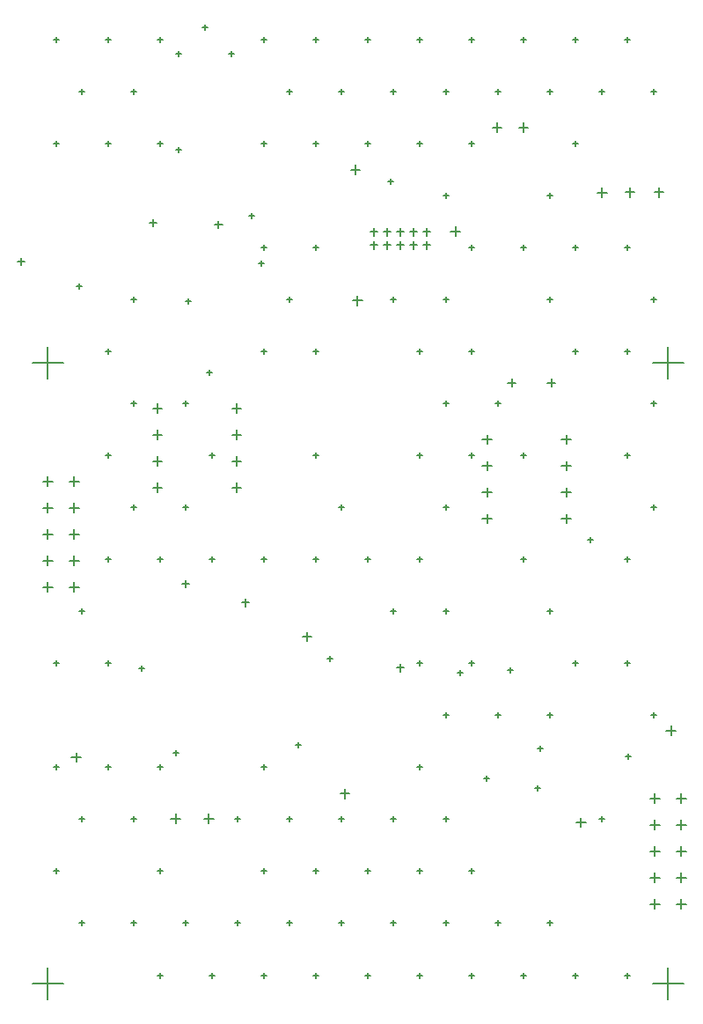
<source format=gbr>
G04 Layer_Color=128*
%FSLAX26Y26*%
%MOIN*%
%TF.FileFunction,Drillmap*%
%TF.Part,Single*%
G01*
G75*
%TA.AperFunction,NonConductor*%
%ADD51C,0.005000*%
D51*
X2152284Y760000D02*
X2187716D01*
X2170000Y742284D02*
Y777716D01*
X617197Y774110D02*
X652630D01*
X634913Y756394D02*
Y791827D01*
X132197Y2050110D02*
X168023D01*
X150110Y2032197D02*
Y2068023D01*
X132197Y1950110D02*
X168023D01*
X150110Y1932197D02*
Y1968023D01*
X132197Y1850110D02*
X168023D01*
X150110Y1832197D02*
Y1868023D01*
X132197Y1750110D02*
X168023D01*
X150110Y1732197D02*
Y1768023D01*
X132197Y1650110D02*
X168023D01*
X150110Y1632197D02*
Y1668023D01*
X232197Y2050110D02*
X268023D01*
X250110Y2032197D02*
Y2068023D01*
X232197Y1950110D02*
X268023D01*
X250110Y1932197D02*
Y1968023D01*
X232197Y1850110D02*
X268023D01*
X250110Y1832197D02*
Y1868023D01*
X232197Y1750110D02*
X268023D01*
X250110Y1732197D02*
Y1768023D01*
X232197Y1650110D02*
X268023D01*
X250110Y1632197D02*
Y1668023D01*
X1934197Y3390110D02*
X1970023D01*
X1952110Y3372197D02*
Y3408023D01*
X1834197Y3390110D02*
X1870023D01*
X1852110Y3372197D02*
Y3408023D01*
X2043338Y2423260D02*
X2073338D01*
X2058338Y2408260D02*
Y2438260D01*
X1893732Y2423260D02*
X1923732D01*
X1908732Y2408260D02*
Y2438260D01*
X634110Y3669110D02*
X654110D01*
X644110Y3659110D02*
Y3679110D01*
X834110Y3669110D02*
X854110D01*
X844110Y3659110D02*
Y3679110D01*
X734110Y3769110D02*
X754110D01*
X744110Y3759110D02*
Y3779110D01*
X1796418Y2209568D02*
X1831851D01*
X1814134Y2191852D02*
Y2227285D01*
X1796418Y2109568D02*
X1831851D01*
X1814134Y2091852D02*
Y2127285D01*
X1796418Y2009568D02*
X1831851D01*
X1814134Y1991851D02*
Y2027284D01*
X1796418Y1909568D02*
X1831851D01*
X1814134Y1891851D02*
Y1927284D01*
X2096418Y2209568D02*
X2131851D01*
X2114134Y2191852D02*
Y2227285D01*
X2096418Y2109568D02*
X2131851D01*
X2114134Y2091852D02*
Y2127285D01*
X2096418Y2009568D02*
X2131851D01*
X2114134Y1991851D02*
Y2027284D01*
X2096418Y1909568D02*
X2131851D01*
X2114134Y1891851D02*
Y1927284D01*
X2432197Y850110D02*
X2468023D01*
X2450110Y832197D02*
Y868023D01*
X2432197Y750110D02*
X2468023D01*
X2450110Y732197D02*
Y768023D01*
X2432197Y650110D02*
X2468023D01*
X2450110Y632197D02*
Y668023D01*
X2432197Y550110D02*
X2468023D01*
X2450110Y532197D02*
Y568023D01*
X2432197Y450110D02*
X2468023D01*
X2450110Y432197D02*
Y468023D01*
X2532197Y850110D02*
X2568023D01*
X2550110Y832197D02*
Y868023D01*
X2532197Y750110D02*
X2568023D01*
X2550110Y732197D02*
Y768023D01*
X2532197Y650110D02*
X2568023D01*
X2550110Y632197D02*
Y668023D01*
X2532197Y550110D02*
X2568023D01*
X2550110Y532197D02*
Y568023D01*
X2532197Y450110D02*
X2568023D01*
X2550110Y432197D02*
Y468023D01*
X91055Y150110D02*
X209165D01*
X150110Y91055D02*
Y209165D01*
X2441055Y150110D02*
X2559165D01*
X2500110Y91055D02*
Y209165D01*
X91055Y2500110D02*
X209165D01*
X150110Y2441055D02*
Y2559165D01*
X2441055Y2500110D02*
X2559165D01*
X2500110Y2441055D02*
Y2559165D01*
X1571110Y2995112D02*
X1599110D01*
X1585110Y2981112D02*
Y3009112D01*
X1571110Y2945112D02*
X1599110D01*
X1585110Y2931112D02*
Y2959112D01*
X1521110Y2995112D02*
X1549110D01*
X1535110Y2981112D02*
Y3009112D01*
X1521110Y2945112D02*
X1549110D01*
X1535110Y2931112D02*
Y2959112D01*
X1471110Y2995112D02*
X1499110D01*
X1485110Y2981112D02*
Y3009112D01*
X1471110Y2945112D02*
X1499110D01*
X1485110Y2931112D02*
Y2959112D01*
X1421110Y2995112D02*
X1449110D01*
X1435110Y2981112D02*
Y3009112D01*
X1421110Y2945112D02*
X1449110D01*
X1435110Y2931112D02*
Y2959112D01*
X1371110Y2995112D02*
X1399110D01*
X1385110Y2981112D02*
Y3009112D01*
X1371110Y2945112D02*
X1399110D01*
X1385110Y2931112D02*
Y2959112D01*
X848394Y2027110D02*
X883827D01*
X866110Y2009394D02*
Y2044827D01*
X848394Y2127110D02*
X883827D01*
X866110Y2109394D02*
Y2144827D01*
X848394Y2227110D02*
X883827D01*
X866110Y2209394D02*
Y2244827D01*
X848394Y2327110D02*
X883827D01*
X866110Y2309394D02*
Y2344827D01*
X548394Y2027110D02*
X583827D01*
X566110Y2009394D02*
Y2044827D01*
X548394Y2127110D02*
X583827D01*
X566110Y2109394D02*
Y2144827D01*
X548394Y2227110D02*
X583827D01*
X566110Y2209394D02*
Y2244827D01*
X548394Y2327110D02*
X583827D01*
X566110Y2309394D02*
Y2344827D01*
X1297394Y3231110D02*
X1332827D01*
X1315110Y3213394D02*
Y3248827D01*
X1305394Y2735110D02*
X1340827D01*
X1323110Y2717394D02*
Y2752827D01*
X2448394Y3145110D02*
X2483827D01*
X2466110Y3127394D02*
Y3162827D01*
X2337394Y3145110D02*
X2372827D01*
X2355110Y3127394D02*
Y3162827D01*
X2232394Y3143810D02*
X2267827D01*
X2250110Y3126094D02*
Y3161527D01*
X1676394Y2997110D02*
X1711827D01*
X1694110Y2979394D02*
Y3014827D01*
X1114394Y1463110D02*
X1149827D01*
X1132110Y1445394D02*
Y1480827D01*
X742394Y774110D02*
X777827D01*
X760110Y756394D02*
Y791827D01*
X240042Y1005858D02*
X275475D01*
X257759Y988141D02*
Y1023574D01*
X1257394Y868110D02*
X1292827D01*
X1275110Y850394D02*
Y885827D01*
X2493394Y1107110D02*
X2528827D01*
X2511110Y1089394D02*
Y1124827D01*
X536000Y3030000D02*
X564000D01*
X550000Y3016000D02*
Y3044000D01*
X1995520Y890110D02*
X2015205D01*
X2005362Y880268D02*
Y899952D01*
X950158Y2876220D02*
X969842D01*
X960000Y2866378D02*
Y2886062D01*
X1210158Y1380000D02*
X1229842D01*
X1220000Y1370158D02*
Y1389842D01*
X1893166Y1337474D02*
X1912851D01*
X1903009Y1327631D02*
Y1347316D01*
X1803410Y926110D02*
X1823095D01*
X1813252Y916268D02*
Y935953D01*
X1471110Y1345110D02*
X1499110D01*
X1485110Y1331110D02*
Y1359110D01*
X2340267Y1010110D02*
X2359952D01*
X2350110Y1000268D02*
Y1019952D01*
X886000Y1591492D02*
X914000D01*
X900000Y1577492D02*
Y1605492D01*
X658000Y1662000D02*
X686000D01*
X672000Y1648000D02*
Y1676000D01*
X35000Y2883000D02*
X63000D01*
X49000Y2869000D02*
Y2897000D01*
X260267Y2790110D02*
X279952D01*
X270110Y2780267D02*
Y2799952D01*
X783110Y3023110D02*
X811110D01*
X797110Y3009110D02*
Y3037110D01*
X2195267Y1830110D02*
X2214952D01*
X2205110Y1820267D02*
Y1839953D01*
X2005646Y1038780D02*
X2025331D01*
X2015488Y1028938D02*
Y1048622D01*
X1703957Y1325110D02*
X1723642D01*
X1713800Y1315267D02*
Y1334953D01*
X635268Y3305110D02*
X654953D01*
X645110Y3295268D02*
Y3314953D01*
X911268Y3055110D02*
X930953D01*
X921110Y3045268D02*
Y3064953D01*
X672268Y2732110D02*
X691953D01*
X682110Y2722268D02*
Y2741953D01*
X1437773Y3185110D02*
X1457458D01*
X1447616Y3175268D02*
Y3194953D01*
X752268Y2463110D02*
X771953D01*
X762110Y2453268D02*
Y2472953D01*
X1089268Y1053110D02*
X1108953D01*
X1099110Y1043268D02*
Y1062953D01*
X495268Y1344110D02*
X514953D01*
X505110Y1334268D02*
Y1353953D01*
X625079Y1024110D02*
X644764D01*
X634922Y1014268D02*
Y1033953D01*
X269528Y377953D02*
X289528D01*
X279528Y367953D02*
Y387953D01*
X171102Y574803D02*
X191102D01*
X181102Y564803D02*
Y584803D01*
X269528Y771654D02*
X289528D01*
X279528Y761654D02*
Y781654D01*
X171102Y968504D02*
X191102D01*
X181102Y958504D02*
Y978504D01*
X171102Y1362205D02*
X191102D01*
X181102Y1352205D02*
Y1372205D01*
X269528Y1559055D02*
X289528D01*
X279528Y1549055D02*
Y1569055D01*
X171102Y3330709D02*
X191102D01*
X181102Y3320709D02*
Y3340709D01*
X269528Y3527559D02*
X289528D01*
X279528Y3517559D02*
Y3537559D01*
X171102Y3724410D02*
X191102D01*
X181102Y3714410D02*
Y3734410D01*
X466378Y377953D02*
X486378D01*
X476378Y367953D02*
Y387953D01*
X466378Y771654D02*
X486378D01*
X476378Y761654D02*
Y781654D01*
X367953Y968504D02*
X387953D01*
X377953Y958504D02*
Y978504D01*
X367953Y1362205D02*
X387953D01*
X377953Y1352205D02*
Y1372205D01*
X367953Y1755906D02*
X387953D01*
X377953Y1745906D02*
Y1765906D01*
X466378Y1952756D02*
X486378D01*
X476378Y1942756D02*
Y1962756D01*
X367953Y2149606D02*
X387953D01*
X377953Y2139606D02*
Y2159606D01*
X466378Y2346457D02*
X486378D01*
X476378Y2336457D02*
Y2356457D01*
X367953Y2543307D02*
X387953D01*
X377953Y2533307D02*
Y2553307D01*
X466378Y2740158D02*
X486378D01*
X476378Y2730158D02*
Y2750158D01*
X367953Y3330709D02*
X387953D01*
X377953Y3320709D02*
Y3340709D01*
X466378Y3527559D02*
X486378D01*
X476378Y3517559D02*
Y3537559D01*
X367953Y3724410D02*
X387953D01*
X377953Y3714410D02*
Y3734410D01*
X564803Y181102D02*
X584803D01*
X574803Y171102D02*
Y191102D01*
X663228Y377953D02*
X683228D01*
X673228Y367953D02*
Y387953D01*
X564803Y574803D02*
X584803D01*
X574803Y564803D02*
Y584803D01*
X564803Y968504D02*
X584803D01*
X574803Y958504D02*
Y978504D01*
X564803Y1755906D02*
X584803D01*
X574803Y1745906D02*
Y1765906D01*
X663228Y1952756D02*
X683228D01*
X673228Y1942756D02*
Y1962756D01*
X663228Y2346457D02*
X683228D01*
X673228Y2336457D02*
Y2356457D01*
X564803Y3330709D02*
X584803D01*
X574803Y3320709D02*
Y3340709D01*
X564803Y3724410D02*
X584803D01*
X574803Y3714410D02*
Y3734410D01*
X761654Y181102D02*
X781654D01*
X771654Y171102D02*
Y191102D01*
X860079Y377953D02*
X880079D01*
X870079Y367953D02*
Y387953D01*
X860079Y771654D02*
X880079D01*
X870079Y761654D02*
Y781654D01*
X761654Y1755906D02*
X781654D01*
X771654Y1745906D02*
Y1765906D01*
X761654Y2149606D02*
X781654D01*
X771654Y2139606D02*
Y2159606D01*
X958504Y181102D02*
X978504D01*
X968504Y171102D02*
Y191102D01*
X1056929Y377953D02*
X1076929D01*
X1066929Y367953D02*
Y387953D01*
X958504Y574803D02*
X978504D01*
X968504Y564803D02*
Y584803D01*
X1056929Y771654D02*
X1076929D01*
X1066929Y761654D02*
Y781654D01*
X958504Y968504D02*
X978504D01*
X968504Y958504D02*
Y978504D01*
X958504Y1755906D02*
X978504D01*
X968504Y1745906D02*
Y1765906D01*
X958504Y2543307D02*
X978504D01*
X968504Y2533307D02*
Y2553307D01*
X1056929Y2740158D02*
X1076929D01*
X1066929Y2730158D02*
Y2750158D01*
X958504Y2937008D02*
X978504D01*
X968504Y2927008D02*
Y2947008D01*
X958504Y3330709D02*
X978504D01*
X968504Y3320709D02*
Y3340709D01*
X1056929Y3527559D02*
X1076929D01*
X1066929Y3517559D02*
Y3537559D01*
X958504Y3724410D02*
X978504D01*
X968504Y3714410D02*
Y3734410D01*
X1155354Y181102D02*
X1175354D01*
X1165354Y171102D02*
Y191102D01*
X1253780Y377953D02*
X1273780D01*
X1263780Y367953D02*
Y387953D01*
X1155354Y574803D02*
X1175354D01*
X1165354Y564803D02*
Y584803D01*
X1253780Y771654D02*
X1273780D01*
X1263780Y761654D02*
Y781654D01*
X1155354Y1755906D02*
X1175354D01*
X1165354Y1745906D02*
Y1765906D01*
X1253780Y1952756D02*
X1273780D01*
X1263780Y1942756D02*
Y1962756D01*
X1155354Y2149606D02*
X1175354D01*
X1165354Y2139606D02*
Y2159606D01*
X1155354Y2543307D02*
X1175354D01*
X1165354Y2533307D02*
Y2553307D01*
X1155354Y2937008D02*
X1175354D01*
X1165354Y2927008D02*
Y2947008D01*
X1155354Y3330709D02*
X1175354D01*
X1165354Y3320709D02*
Y3340709D01*
X1253780Y3527559D02*
X1273780D01*
X1263780Y3517559D02*
Y3537559D01*
X1155354Y3724410D02*
X1175354D01*
X1165354Y3714410D02*
Y3734410D01*
X1352205Y181102D02*
X1372205D01*
X1362205Y171102D02*
Y191102D01*
X1450630Y377953D02*
X1470630D01*
X1460630Y367953D02*
Y387953D01*
X1352205Y574803D02*
X1372205D01*
X1362205Y564803D02*
Y584803D01*
X1450630Y771654D02*
X1470630D01*
X1460630Y761654D02*
Y781654D01*
X1450630Y1559055D02*
X1470630D01*
X1460630Y1549055D02*
Y1569055D01*
X1352205Y1755906D02*
X1372205D01*
X1362205Y1745906D02*
Y1765906D01*
X1450630Y2740158D02*
X1470630D01*
X1460630Y2730158D02*
Y2750158D01*
X1352205Y3330709D02*
X1372205D01*
X1362205Y3320709D02*
Y3340709D01*
X1450630Y3527559D02*
X1470630D01*
X1460630Y3517559D02*
Y3537559D01*
X1352205Y3724410D02*
X1372205D01*
X1362205Y3714410D02*
Y3734410D01*
X1549055Y181102D02*
X1569055D01*
X1559055Y171102D02*
Y191102D01*
X1647480Y377953D02*
X1667480D01*
X1657480Y367953D02*
Y387953D01*
X1549055Y574803D02*
X1569055D01*
X1559055Y564803D02*
Y584803D01*
X1647480Y771654D02*
X1667480D01*
X1657480Y761654D02*
Y781654D01*
X1549055Y968504D02*
X1569055D01*
X1559055Y958504D02*
Y978504D01*
X1647480Y1165354D02*
X1667480D01*
X1657480Y1155354D02*
Y1175354D01*
X1549055Y1362205D02*
X1569055D01*
X1559055Y1352205D02*
Y1372205D01*
X1647480Y1559055D02*
X1667480D01*
X1657480Y1549055D02*
Y1569055D01*
X1549055Y1755906D02*
X1569055D01*
X1559055Y1745906D02*
Y1765906D01*
X1647480Y1952756D02*
X1667480D01*
X1657480Y1942756D02*
Y1962756D01*
X1549055Y2149606D02*
X1569055D01*
X1559055Y2139606D02*
Y2159606D01*
X1647480Y2346457D02*
X1667480D01*
X1657480Y2336457D02*
Y2356457D01*
X1549055Y2543307D02*
X1569055D01*
X1559055Y2533307D02*
Y2553307D01*
X1647480Y2740158D02*
X1667480D01*
X1657480Y2730158D02*
Y2750158D01*
X1647480Y3133858D02*
X1667480D01*
X1657480Y3123858D02*
Y3143858D01*
X1549055Y3330709D02*
X1569055D01*
X1559055Y3320709D02*
Y3340709D01*
X1647480Y3527559D02*
X1667480D01*
X1657480Y3517559D02*
Y3537559D01*
X1549055Y3724410D02*
X1569055D01*
X1559055Y3714410D02*
Y3734410D01*
X1745906Y181102D02*
X1765906D01*
X1755906Y171102D02*
Y191102D01*
X1844331Y377953D02*
X1864331D01*
X1854331Y367953D02*
Y387953D01*
X1745906Y574803D02*
X1765906D01*
X1755906Y564803D02*
Y584803D01*
X1844331Y1165354D02*
X1864331D01*
X1854331Y1155354D02*
Y1175354D01*
X1745906Y1362205D02*
X1765906D01*
X1755906Y1352205D02*
Y1372205D01*
X1745906Y2149606D02*
X1765906D01*
X1755906Y2139606D02*
Y2159606D01*
X1844331Y2346457D02*
X1864331D01*
X1854331Y2336457D02*
Y2356457D01*
X1745906Y2543307D02*
X1765906D01*
X1755906Y2533307D02*
Y2553307D01*
X1745906Y2937008D02*
X1765906D01*
X1755906Y2927008D02*
Y2947008D01*
X1745906Y3330709D02*
X1765906D01*
X1755906Y3320709D02*
Y3340709D01*
X1844331Y3527559D02*
X1864331D01*
X1854331Y3517559D02*
Y3537559D01*
X1745906Y3724410D02*
X1765906D01*
X1755906Y3714410D02*
Y3734410D01*
X1942756Y181102D02*
X1962756D01*
X1952756Y171102D02*
Y191102D01*
X2041181Y377953D02*
X2061181D01*
X2051181Y367953D02*
Y387953D01*
X2041181Y1165354D02*
X2061181D01*
X2051181Y1155354D02*
Y1175354D01*
X2041181Y1559055D02*
X2061181D01*
X2051181Y1549055D02*
Y1569055D01*
X1942756Y1755906D02*
X1962756D01*
X1952756Y1745906D02*
Y1765906D01*
X1942756Y2149606D02*
X1962756D01*
X1952756Y2139606D02*
Y2159606D01*
X2041181Y2740158D02*
X2061181D01*
X2051181Y2730158D02*
Y2750158D01*
X1942756Y2937008D02*
X1962756D01*
X1952756Y2927008D02*
Y2947008D01*
X2041181Y3133858D02*
X2061181D01*
X2051181Y3123858D02*
Y3143858D01*
X2041181Y3527559D02*
X2061181D01*
X2051181Y3517559D02*
Y3537559D01*
X1942756Y3724410D02*
X1962756D01*
X1952756Y3714410D02*
Y3734410D01*
X2139606Y181102D02*
X2159606D01*
X2149606Y171102D02*
Y191102D01*
X2238032Y771654D02*
X2258032D01*
X2248032Y761654D02*
Y781654D01*
X2139606Y1362205D02*
X2159606D01*
X2149606Y1352205D02*
Y1372205D01*
X2139606Y2543307D02*
X2159606D01*
X2149606Y2533307D02*
Y2553307D01*
X2139606Y2937008D02*
X2159606D01*
X2149606Y2927008D02*
Y2947008D01*
X2139606Y3330709D02*
X2159606D01*
X2149606Y3320709D02*
Y3340709D01*
X2238032Y3527559D02*
X2258032D01*
X2248032Y3517559D02*
Y3537559D01*
X2139606Y3724410D02*
X2159606D01*
X2149606Y3714410D02*
Y3734410D01*
X2336457Y181102D02*
X2356457D01*
X2346457Y171102D02*
Y191102D01*
X2434882Y1165354D02*
X2454882D01*
X2444882Y1155354D02*
Y1175354D01*
X2336457Y1362205D02*
X2356457D01*
X2346457Y1352205D02*
Y1372205D01*
X2336457Y1755906D02*
X2356457D01*
X2346457Y1745906D02*
Y1765906D01*
X2434882Y1952756D02*
X2454882D01*
X2444882Y1942756D02*
Y1962756D01*
X2336457Y2149606D02*
X2356457D01*
X2346457Y2139606D02*
Y2159606D01*
X2434882Y2346457D02*
X2454882D01*
X2444882Y2336457D02*
Y2356457D01*
X2336457Y2543307D02*
X2356457D01*
X2346457Y2533307D02*
Y2553307D01*
X2434882Y2740158D02*
X2454882D01*
X2444882Y2730158D02*
Y2750158D01*
X2336457Y2937008D02*
X2356457D01*
X2346457Y2927008D02*
Y2947008D01*
X2434882Y3527559D02*
X2454882D01*
X2444882Y3517559D02*
Y3537559D01*
X2336457Y3724410D02*
X2356457D01*
X2346457Y3714410D02*
Y3734410D01*
%TF.MD5,d18da303a68a4814a209e9cfb93b6a32*%
M02*

</source>
